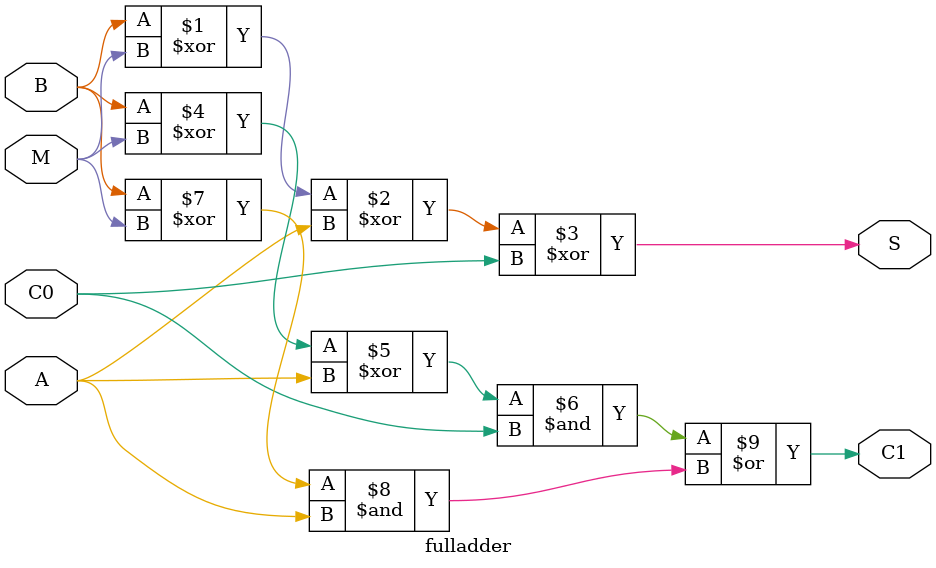
<source format=v>
`timescale 1ns / 1ps
module fulladder(A, B, C1, S, C0, M);
output C1, S;
input A, B, C0, M;

assign S=(((B^M)^A)^C0);
assign C1= (((B^M)^A) & C0) | ((B^M) & A);


endmodule

</source>
